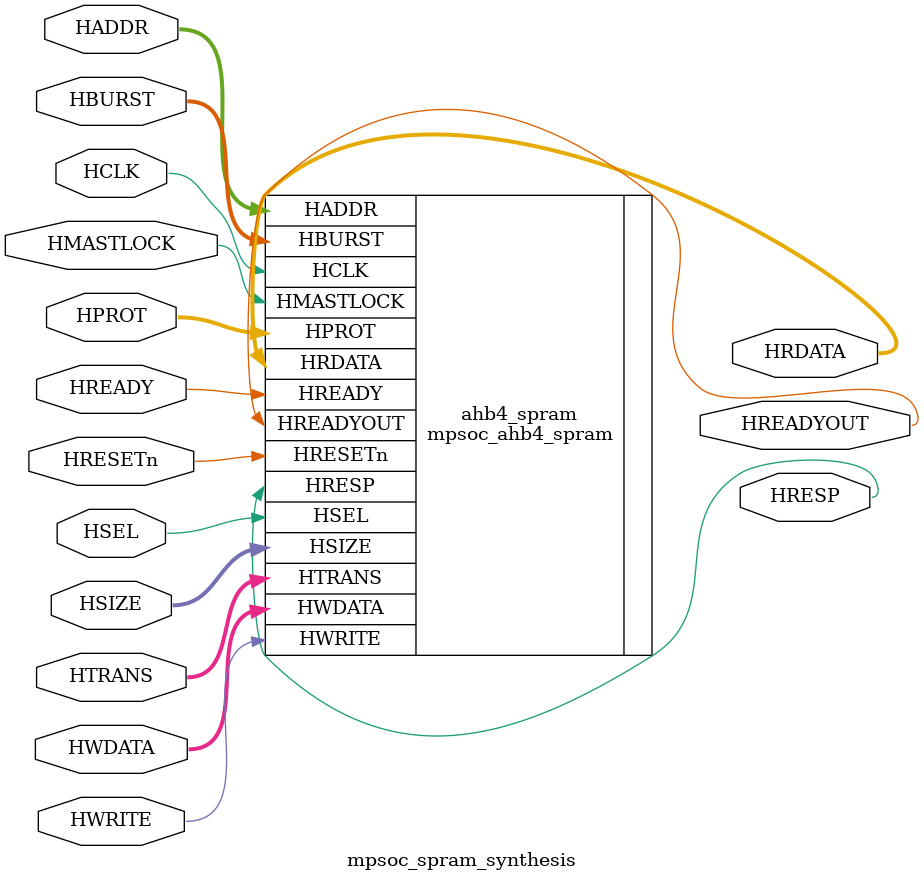
<source format=sv>

/* Copyright (c) 2018-2019 by the author(s)
 *
 * Permission is hereby granted, free of charge, to any person obtaining a copy
 * of this software and associated documentation files (the "Software"), to deal
 * in the Software without restriction, including without limitation the rights
 * to use, copy, modify, merge, publish, distribute, sublicense, and/or sell
 * copies of the Software, and to permit persons to whom the Software is
 * furnished to do so, subject to the following conditions:
 *
 * The above copyright notice and this permission notice shall be included in
 * all copies or substantial portions of the Software.
 *
 * THE SOFTWARE IS PROVIDED "AS IS", WITHOUT WARRANTY OF ANY KIND, EXPRESS OR
 * IMPLIED, INCLUDING BUT NOT LIMITED TO THE WARRANTIES OF MERCHANTABILITY,
 * FITNESS FOR A PARTICULAR PURPOSE AND NONINFRINGEMENT. IN NO EVENT SHALL THE
 * AUTHORS OR COPYRIGHT HOLDERS BE LIABLE FOR ANY CLAIM, DAMAGES OR OTHER
 * LIABILITY, WHETHER IN AN ACTION OF CONTRACT, TORT OR OTHERWISE, ARISING FROM,
 * OUT OF OR IN CONNECTION WITH THE SOFTWARE OR THE USE OR OTHER DEALINGS IN
 * THE SOFTWARE.
 *
 * =============================================================================
 * Author(s):
 *   Paco Reina Campo <pacoreinacampo@queenfield.tech>
 */

module mpsoc_spram_synthesis #(
  parameter MEM_SIZE          = 256,  // Memory in Bytes
  parameter MEM_DEPTH         = 256,  // Memory depth
  parameter PLEN              = 8,
  parameter XLEN              = 32,
  parameter TECHNOLOGY        = "GENERIC",
  parameter REGISTERED_OUTPUT = "NO"
)
  (
    input                 HRESETn,
    input                 HCLK,

    input                 HSEL,
    input      [PLEN-1:0] HADDR,
    input      [XLEN-1:0] HWDATA,
    output reg [XLEN-1:0] HRDATA,
    input                 HWRITE,
    input      [     2:0] HSIZE,
    input      [     2:0] HBURST,
    input      [     3:0] HPROT,
    input      [     1:0] HTRANS,
    input                 HMASTLOCK,
    output reg            HREADYOUT,
    input                 HREADY,
    output                HRESP
  );

  //////////////////////////////////////////////////////////////////
  // Body
  //////////////////////////////////////////////////////////////////////////////

  // DUT AHB4
  mpsoc_ahb4_spram #(
    .MEM_SIZE          ( MEM_SIZE ),
    .MEM_DEPTH         ( MEM_DEPTH ),
    .PLEN              ( PLEN ),
    .XLEN              ( XLEN ),
    .TECHNOLOGY        ( TECHNOLOGY ),
    .REGISTERED_OUTPUT ( REGISTERED_OUTPUT )
  )
  ahb4_spram (
    .HRESETn   ( HRESETn ),
    .HCLK      ( HCLK    ),

    .HSEL      ( HSEL      ),
    .HADDR     ( HADDR     ),
    .HWDATA    ( HWDATA    ),
    .HRDATA    ( HRDATA    ),
    .HWRITE    ( HWRITE    ),
    .HSIZE     ( HSIZE     ),
    .HBURST    ( HBURST    ),
    .HPROT     ( HPROT     ),
    .HTRANS    ( HTRANS    ),
    .HMASTLOCK ( HMASTLOCK ),
    .HREADYOUT ( HREADYOUT ),
    .HREADY    ( HREADY    ),
    .HRESP     ( HRESP     )
  );
endmodule

</source>
